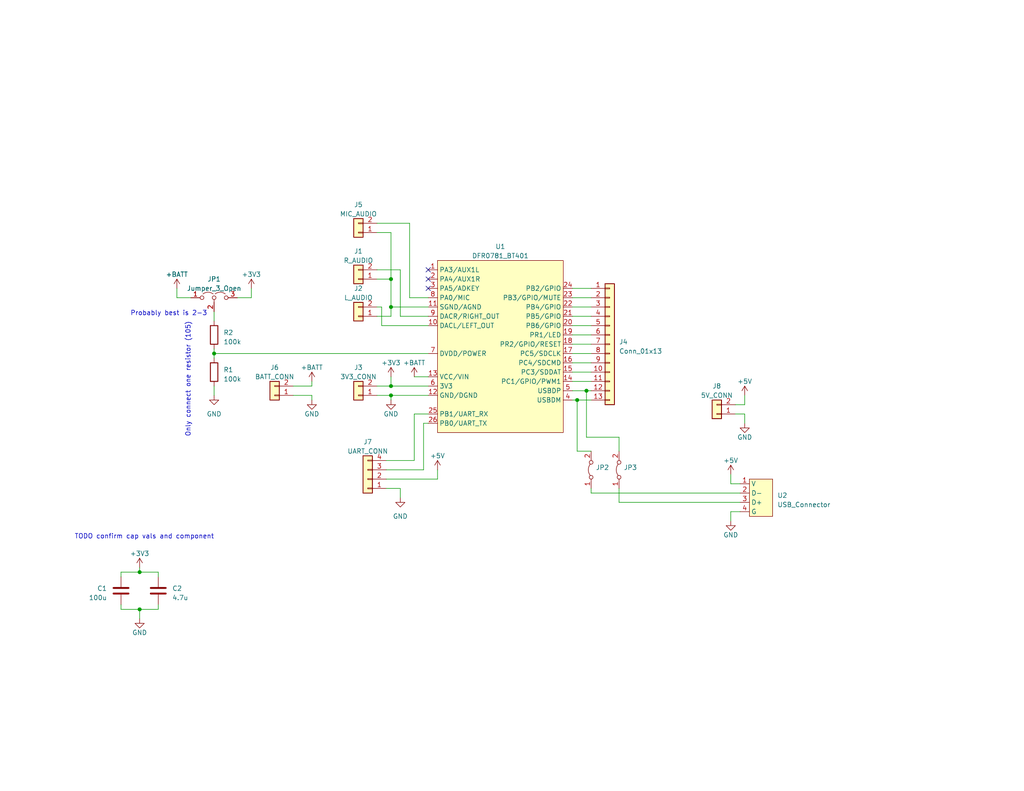
<source format=kicad_sch>
(kicad_sch (version 20230121) (generator eeschema)
  (paper "USLetter")
  (lib_symbols
    (symbol "Connector_Generic:Conn_01x02" (pin_names (offset 1.016) hide)
      (property "Reference" "J" (at 0 2.54 0))
      (property "Value" "Conn_01x02" (at 0 -5.08 0))
      (symbol "Conn_01x02_1_1"
        (rectangle (start -1.27 -2.413) (end 0 -2.667) (stroke (width 0.1524)))
        (rectangle (start -1.27 0.127) (end 0 -0.127) (stroke (width 0.1524)))
        (rectangle (start -1.27 1.27) (end 1.27 -3.81) (stroke (width 0.254)) (fill (type background)))
        (pin passive line (at -5.08 0 0) (length 3.81) (name "Pin_1") (number "1"))
        (pin passive line (at -5.08 -2.54 0) (length 3.81) (name "Pin_2") (number "2"))
      )
    )
    (symbol "Connector_Generic:Conn_01x04" (pin_names (offset 1.016) hide)
      (property "Reference" "J" (at 0 5.08 0))
      (property "Value" "Conn_01x04" (at 0 -7.62 0))
      (symbol "Conn_01x04_1_1"
        (rectangle (start -1.27 -4.953) (end 0 -5.207) (stroke (width 0.1524)))
        (rectangle (start -1.27 -2.413) (end 0 -2.667) (stroke (width 0.1524)))
        (rectangle (start -1.27 0.127) (end 0 -0.127) (stroke (width 0.1524)))
        (rectangle (start -1.27 2.667) (end 0 2.413) (stroke (width 0.1524)))
        (rectangle (start -1.27 3.81) (end 1.27 -6.35) (stroke (width 0.254)) (fill (type background)))
        (pin passive line (at -5.08 2.54 0) (length 3.81) (name "Pin_1") (number "1"))
        (pin passive line (at -5.08 0 0) (length 3.81) (name "Pin_2") (number "2"))
        (pin passive line (at -5.08 -2.54 0) (length 3.81) (name "Pin_3") (number "3"))
        (pin passive line (at -5.08 -5.08 0) (length 3.81) (name "Pin_4") (number "4"))
      )
    )
    (symbol "Connector_Generic:Conn_01x13" (pin_names (offset 1.016) hide)
      (property "Reference" "J" (at 0 17.78 0))
      (property "Value" "Conn_01x13" (at 0 -17.78 0))
      (symbol "Conn_01x13_1_1"
        (rectangle (start -1.27 -15.113) (end 0 -15.367) (stroke (width 0.1524)))
        (rectangle (start -1.27 -12.573) (end 0 -12.827) (stroke (width 0.1524)))
        (rectangle (start -1.27 -10.033) (end 0 -10.287) (stroke (width 0.1524)))
        (rectangle (start -1.27 -7.493) (end 0 -7.747) (stroke (width 0.1524)))
        (rectangle (start -1.27 -4.953) (end 0 -5.207) (stroke (width 0.1524)))
        (rectangle (start -1.27 -2.413) (end 0 -2.667) (stroke (width 0.1524)))
        (rectangle (start -1.27 0.127) (end 0 -0.127) (stroke (width 0.1524)))
        (rectangle (start -1.27 2.667) (end 0 2.413) (stroke (width 0.1524)))
        (rectangle (start -1.27 5.207) (end 0 4.953) (stroke (width 0.1524)))
        (rectangle (start -1.27 7.747) (end 0 7.493) (stroke (width 0.1524)))
        (rectangle (start -1.27 10.287) (end 0 10.033) (stroke (width 0.1524)))
        (rectangle (start -1.27 12.827) (end 0 12.573) (stroke (width 0.1524)))
        (rectangle (start -1.27 15.367) (end 0 15.113) (stroke (width 0.1524)))
        (rectangle (start -1.27 16.51) (end 1.27 -16.51) (stroke (width 0.254)) (fill (type background)))
        (pin passive line (at -5.08 15.24 0) (length 3.81) (name "Pin_1") (number "1"))
        (pin passive line (at -5.08 -7.62 0) (length 3.81) (name "Pin_10") (number "10"))
        (pin passive line (at -5.08 -10.16 0) (length 3.81) (name "Pin_11") (number "11"))
        (pin passive line (at -5.08 -12.7 0) (length 3.81) (name "Pin_12") (number "12"))
        (pin passive line (at -5.08 -15.24 0) (length 3.81) (name "Pin_13") (number "13"))
        (pin passive line (at -5.08 12.7 0) (length 3.81) (name "Pin_2") (number "2"))
        (pin passive line (at -5.08 10.16 0) (length 3.81) (name "Pin_3") (number "3"))
        (pin passive line (at -5.08 7.62 0) (length 3.81) (name "Pin_4") (number "4"))
        (pin passive line (at -5.08 5.08 0) (length 3.81) (name "Pin_5") (number "5"))
        (pin passive line (at -5.08 2.54 0) (length 3.81) (name "Pin_6") (number "6"))
        (pin passive line (at -5.08 0 0) (length 3.81) (name "Pin_7") (number "7"))
        (pin passive line (at -5.08 -2.54 0) (length 3.81) (name "Pin_8") (number "8"))
        (pin passive line (at -5.08 -5.08 0) (length 3.81) (name "Pin_9") (number "9"))
      )
    )
    (symbol "Device:C" (pin_numbers hide) (pin_names (offset 0.254))
      (property "Reference" "C" (at 0.635 2.54 0))
      (property "Value" "C" (at 0.635 -2.54 0))
      (symbol "C_0_1"
        (polyline (pts (xy -2.032 -0.762) (xy 2.032 -0.762)) (stroke (width 0.508)))
        (polyline (pts (xy -2.032 0.762) (xy 2.032 0.762)) (stroke (width 0.508)))
      )
      (symbol "C_1_1"
        (pin passive line (at 0 3.81 270) (length 2.794) (name "~") (number "1"))
        (pin passive line (at 0 -3.81 90) (length 2.794) (name "~") (number "2"))
      )
    )
    (symbol "Device:R" (pin_numbers hide) (pin_names (offset 0))
      (property "Reference" "R" (at 2.032 0 90))
      (property "Value" "R" (at 0 0 90))
      (symbol "R_0_1"
        (rectangle (start -1.016 -2.54) (end 1.016 2.54) (stroke (width 0.254)))
      )
      (symbol "R_1_1"
        (pin passive line (at 0 3.81 270) (length 1.27) (name "~") (number "1"))
        (pin passive line (at 0 -3.81 90) (length 1.27) (name "~") (number "2"))
      )
    )
    (symbol "Jumper:Jumper_2_Bridged" (pin_names (offset 0) hide)
      (property "Reference" "JP" (at 0 1.905 0))
      (property "Value" "Jumper_2_Bridged" (at 0 -2.54 0))
      (symbol "Jumper_2_Bridged_0_0"
        (circle (center -2.032 0) (radius 0.508))
        (circle (center 2.032 0) (radius 0.508))
      )
      (symbol "Jumper_2_Bridged_0_1"
        (arc (start 1.524 0.254) (mid 0 0.762) (end -1.524 0.254))
      )
      (symbol "Jumper_2_Bridged_1_1"
        (pin passive line (at -5.08 0 0) (length 2.54) (name "A") (number "1"))
        (pin passive line (at 5.08 0 180) (length 2.54) (name "B") (number "2"))
      )
    )
    (symbol "Jumper:Jumper_3_Open" (pin_names (offset 0) hide)
      (property "Reference" "JP" (at -2.54 -2.54 0))
      (property "Value" "Jumper_3_Open" (at 0 2.794 0))
      (symbol "Jumper_3_Open_0_0"
        (circle (center -3.302 0) (radius 0.508))
        (circle (center 0 0) (radius 0.508))
        (circle (center 3.302 0) (radius 0.508))
      )
      (symbol "Jumper_3_Open_0_1"
        (arc (start -0.254 1.016) (mid -1.651 1.4992) (end -3.048 1.016))
        (polyline (pts (xy 0 -0.508) (xy 0 -1.27)))
        (arc (start 3.048 1.016) (mid 1.651 1.4992) (end 0.254 1.016))
      )
      (symbol "Jumper_3_Open_1_1"
        (pin passive line (at -6.35 0 0) (length 2.54) (name "A") (number "1"))
        (pin passive line (at 0 -3.81 90) (length 2.54) (name "C") (number "2"))
        (pin passive line (at 6.35 0 180) (length 2.54) (name "B") (number "3"))
      )
    )
    (symbol "Waddle_Symbol_Library:DFR0781_BT401"
      (property "Reference" "U" (at -11.43 24.13 0))
      (property "Value" "DFR0781_BT401" (at 6.35 24.13 0))
      (symbol "DFR0781_BT401_1_1"
        (rectangle (start -16.51 22.86) (end 17.78 -24.13) (fill (type background)))
        (pin input line (at -19.05 20.32 0) (length 2.54) (name "PA3/AUX1L") (number "1"))
        (pin input line (at -19.05 5.08 0) (length 2.54) (name "DACL/LEFT_OUT") (number "10"))
        (pin power_out line (at -19.05 10.16 0) (length 2.54) (name "SGND/AGND") (number "11"))
        (pin power_in line (at -19.05 -13.97 0) (length 2.54) (name "GND/DGND") (number "12"))
        (pin power_in line (at -19.05 -8.89 0) (length 2.54) (name "VCC/VIN") (number "13"))
        (pin input line (at 20.32 -10.16 180) (length 2.54) (name "PC1/GPIO/PWM1") (number "14"))
        (pin bidirectional line (at 20.32 -7.62 180) (length 2.54) (name "PC3/SDDAT") (number "15"))
        (pin bidirectional line (at 20.32 -5.08 180) (length 2.54) (name "PC4/SDCMD") (number "16"))
        (pin bidirectional line (at 20.32 -2.54 180) (length 2.54) (name "PC5/SDCLK") (number "17"))
        (pin input line (at 20.32 0 180) (length 2.54) (name "PR2/GPIO/RESET") (number "18"))
        (pin output line (at 20.32 2.54 180) (length 2.54) (name "PR1/LED") (number "19"))
        (pin input line (at -19.05 17.78 0) (length 2.54) (name "PA4/AUX1R") (number "2"))
        (pin bidirectional line (at 20.32 5.08 180) (length 2.54) (name "PB6/GPIO") (number "20"))
        (pin bidirectional line (at 20.32 7.62 180) (length 2.54) (name "PB5/GPIO") (number "21"))
        (pin bidirectional line (at 20.32 10.16 180) (length 2.54) (name "PB4/GPIO") (number "22"))
        (pin bidirectional line (at 20.32 12.7 180) (length 2.54) (name "PB3/GPIO/MUTE") (number "23"))
        (pin bidirectional line (at 20.32 15.24 180) (length 2.54) (name "PB2/GPIO") (number "24"))
        (pin input line (at -19.05 -19.05 0) (length 2.54) (name "PB1/UART_RX") (number "25"))
        (pin output line (at -19.05 -21.59 0) (length 2.54) (name "PB0/UART_TX") (number "26"))
        (pin input line (at -19.05 15.24 0) (length 2.54) (name "PA5/ADKEY") (number "3"))
        (pin input line (at 20.32 -15.24 180) (length 2.54) (name "USBDM") (number "4"))
        (pin input line (at 20.32 -12.7 180) (length 2.54) (name "USBDP") (number "5"))
        (pin power_out line (at -19.05 -11.43 0) (length 2.54) (name "3V3") (number "6"))
        (pin passive line (at -19.05 -2.54 0) (length 2.54) (name "DVDD/POWER") (number "7"))
        (pin input line (at -19.05 12.7 0) (length 2.54) (name "PA0/MIC") (number "8"))
        (pin input line (at -19.05 7.62 0) (length 2.54) (name "DACR/RIGHT_OUT") (number "9"))
      )
    )
    (symbol "Waddle_Symbol_Library:USB_Connector"
      (property "Reference" "U" (at -1.27 5.08 0))
      (property "Value" "USB_Connector" (at -1.27 -8.89 0))
      (symbol "USB_Connector_1_1"
        (rectangle (start -3.81 3.81) (end 2.54 -6.35) (fill (type background)))
        (pin power_out line (at -6.35 2.54 0) (length 2.54) (name "V") (number "1"))
        (pin bidirectional line (at -6.35 0 0) (length 2.54) (name "D-") (number "2"))
        (pin bidirectional line (at -6.35 -2.54 0) (length 2.54) (name "D+") (number "3"))
        (pin power_out line (at -6.35 -5.08 0) (length 2.54) (name "G") (number "4"))
      )
    )
    (symbol "power:+3V3" (power) (pin_names (offset 0))
      (property "Value" "+3V3" (at 0 3.556 0))
      (symbol "+3V3_0_1"
        (polyline (pts (xy -0.762 1.27) (xy 0 2.54)))
        (polyline (pts (xy 0 0) (xy 0 2.54)))
        (polyline (pts (xy 0 2.54) (xy 0.762 1.27)))
      )
      (symbol "+3V3_1_1"
        (pin power_in line (at 0 0 90) (length 0) hide (name "+3V3") (number "1"))
      )
    )
    (symbol "power:+5V" (power) (pin_names (offset 0))
      (property "Value" "+5V" (at 0 3.556 0))
      (symbol "+5V_0_1"
        (polyline (pts (xy -0.762 1.27) (xy 0 2.54)))
        (polyline (pts (xy 0 0) (xy 0 2.54)))
        (polyline (pts (xy 0 2.54) (xy 0.762 1.27)))
      )
      (symbol "+5V_1_1"
        (pin power_in line (at 0 0 90) (length 0) hide (name "+5V") (number "1"))
      )
    )
    (symbol "power:+BATT" (power) (pin_names (offset 0))
      (property "Value" "+BATT" (at 0 3.556 0))
      (symbol "+BATT_0_1"
        (polyline (pts (xy -0.762 1.27) (xy 0 2.54)))
        (polyline (pts (xy 0 0) (xy 0 2.54)))
        (polyline (pts (xy 0 2.54) (xy 0.762 1.27)))
      )
      (symbol "+BATT_1_1"
        (pin power_in line (at 0 0 90) (length 0) hide (name "+BATT") (number "1"))
      )
    )
    (symbol "power:GND" (power) (pin_names (offset 0))
      (property "Value" "GND" (at 0 -3.81 0))
      (symbol "GND_0_1"
        (polyline (pts (xy 0 0) (xy 0 -1.27) (xy 1.27 -1.27) (xy 0 -2.54) (xy -1.27 -1.27) (xy 0 -1.27)))
      )
      (symbol "GND_1_1"
        (pin power_in line (at 0 0 270) (length 0) hide (name "GND") (number "1"))
      )
    )
  )
  (junction (at 106.68 76.2))
  (junction (at 106.68 83.82))
  (junction (at 106.68 105.41))
  (junction (at 38.1 166.37))
  (junction (at 157.48 109.22))
  (junction (at 106.68 107.95))
  (junction (at 160.02 106.68))
  (junction (at 58.42 96.52))
  (junction (at 38.1 156.21))
  (no_connect (at 116.84 76.2))
  (no_connect (at 116.84 78.74))
  (no_connect (at 116.84 73.66))
  (wire (pts (xy 48.26 81.28) (xy 52.07 81.28)))
  (wire (pts (xy 199.39 142.24) (xy 199.39 139.7)))
  (wire (pts (xy 161.29 133.35) (xy 161.29 134.62)))
  (wire (pts (xy 68.58 81.28) (xy 68.58 78.74)))
  (wire (pts (xy 106.68 105.41) (xy 116.84 105.41)))
  (wire (pts (xy 156.21 78.74) (xy 161.29 78.74)))
  (wire (pts (xy 106.68 86.36) (xy 106.68 83.82)))
  (wire (pts (xy 102.87 73.66) (xy 109.22 73.66)))
  (wire (pts (xy 33.02 156.21) (xy 38.1 156.21)))
  (wire (pts (xy 33.02 165.1) (xy 33.02 166.37)))
  (wire (pts (xy 33.02 157.48) (xy 33.02 156.21)))
  (wire (pts (xy 168.91 133.35) (xy 168.91 137.16)))
  (wire (pts (xy 119.38 128.27) (xy 119.38 130.81)))
  (wire (pts (xy 160.02 119.38) (xy 160.02 106.68)))
  (wire (pts (xy 109.22 133.35) (xy 105.41 133.35)))
  (wire (pts (xy 156.21 99.06) (xy 161.29 99.06)))
  (wire (pts (xy 156.21 106.68) (xy 160.02 106.68)))
  (wire (pts (xy 157.48 109.22) (xy 161.29 109.22)))
  (wire (pts (xy 113.03 125.73) (xy 105.41 125.73)))
  (wire (pts (xy 58.42 105.41) (xy 58.42 107.95)))
  (wire (pts (xy 85.09 107.95) (xy 80.01 107.95)))
  (wire (pts (xy 106.68 76.2) (xy 106.68 63.5)))
  (wire (pts (xy 102.87 76.2) (xy 106.68 76.2)))
  (wire (pts (xy 102.87 86.36) (xy 106.68 86.36)))
  (wire (pts (xy 156.21 86.36) (xy 161.29 86.36)))
  (wire (pts (xy 102.87 105.41) (xy 106.68 105.41)))
  (wire (pts (xy 58.42 85.09) (xy 58.42 87.63)))
  (wire (pts (xy 203.2 107.95) (xy 203.2 110.49)))
  (wire (pts (xy 105.41 130.81) (xy 119.38 130.81)))
  (wire (pts (xy 85.09 105.41) (xy 85.09 104.14)))
  (wire (pts (xy 115.57 128.27) (xy 105.41 128.27)))
  (wire (pts (xy 156.21 91.44) (xy 161.29 91.44)))
  (wire (pts (xy 33.02 166.37) (xy 38.1 166.37)))
  (wire (pts (xy 203.2 110.49) (xy 200.66 110.49)))
  (wire (pts (xy 104.14 83.82) (xy 104.14 88.9)))
  (wire (pts (xy 161.29 123.19) (xy 157.48 123.19)))
  (wire (pts (xy 111.76 60.96) (xy 111.76 81.28)))
  (wire (pts (xy 109.22 135.89) (xy 109.22 133.35)))
  (wire (pts (xy 48.26 78.74) (xy 48.26 81.28)))
  (wire (pts (xy 116.84 96.52) (xy 58.42 96.52)))
  (wire (pts (xy 156.21 109.22) (xy 157.48 109.22)))
  (wire (pts (xy 102.87 107.95) (xy 106.68 107.95)))
  (wire (pts (xy 116.84 115.57) (xy 115.57 115.57)))
  (wire (pts (xy 43.18 166.37) (xy 43.18 165.1)))
  (wire (pts (xy 85.09 109.22) (xy 85.09 107.95)))
  (wire (pts (xy 115.57 115.57) (xy 115.57 128.27)))
  (wire (pts (xy 203.2 115.57) (xy 203.2 113.03)))
  (wire (pts (xy 109.22 73.66) (xy 109.22 86.36)))
  (wire (pts (xy 199.39 139.7) (xy 201.93 139.7)))
  (wire (pts (xy 38.1 154.94) (xy 38.1 156.21)))
  (wire (pts (xy 38.1 166.37) (xy 43.18 166.37)))
  (wire (pts (xy 156.21 96.52) (xy 161.29 96.52)))
  (wire (pts (xy 113.03 113.03) (xy 113.03 125.73)))
  (wire (pts (xy 64.77 81.28) (xy 68.58 81.28)))
  (wire (pts (xy 111.76 81.28) (xy 116.84 81.28)))
  (wire (pts (xy 156.21 104.14) (xy 161.29 104.14)))
  (wire (pts (xy 200.66 113.03) (xy 203.2 113.03)))
  (wire (pts (xy 43.18 156.21) (xy 43.18 157.48)))
  (wire (pts (xy 199.39 132.08) (xy 201.93 132.08)))
  (wire (pts (xy 157.48 123.19) (xy 157.48 109.22)))
  (wire (pts (xy 106.68 102.87) (xy 106.68 105.41)))
  (wire (pts (xy 106.68 109.22) (xy 106.68 107.95)))
  (wire (pts (xy 113.03 102.87) (xy 116.84 102.87)))
  (wire (pts (xy 116.84 113.03) (xy 113.03 113.03)))
  (wire (pts (xy 58.42 95.25) (xy 58.42 96.52)))
  (wire (pts (xy 106.68 76.2) (xy 106.68 83.82)))
  (wire (pts (xy 168.91 123.19) (xy 168.91 119.38)))
  (wire (pts (xy 161.29 134.62) (xy 201.93 134.62)))
  (wire (pts (xy 156.21 83.82) (xy 161.29 83.82)))
  (wire (pts (xy 58.42 96.52) (xy 58.42 97.79)))
  (wire (pts (xy 156.21 101.6) (xy 161.29 101.6)))
  (wire (pts (xy 156.21 88.9) (xy 161.29 88.9)))
  (wire (pts (xy 102.87 83.82) (xy 104.14 83.82)))
  (wire (pts (xy 38.1 156.21) (xy 43.18 156.21)))
  (wire (pts (xy 109.22 86.36) (xy 116.84 86.36)))
  (wire (pts (xy 199.39 129.54) (xy 199.39 132.08)))
  (wire (pts (xy 104.14 88.9) (xy 116.84 88.9)))
  (wire (pts (xy 160.02 106.68) (xy 161.29 106.68)))
  (wire (pts (xy 168.91 119.38) (xy 160.02 119.38)))
  (wire (pts (xy 168.91 137.16) (xy 201.93 137.16)))
  (wire (pts (xy 38.1 166.37) (xy 38.1 168.91)))
  (wire (pts (xy 106.68 83.82) (xy 116.84 83.82)))
  (wire (pts (xy 156.21 93.98) (xy 161.29 93.98)))
  (wire (pts (xy 106.68 107.95) (xy 116.84 107.95)))
  (wire (pts (xy 102.87 60.96) (xy 111.76 60.96)))
  (wire (pts (xy 156.21 81.28) (xy 161.29 81.28)))
  (wire (pts (xy 106.68 63.5) (xy 102.87 63.5)))
  (wire (pts (xy 80.01 105.41) (xy 85.09 105.41)))
  (text "TODO confirm cap vals and component" (at 20.32 147.32 0) (effects (font (size 1.27 1.27)) (justify left bottom)))
  (text "Only connect one resistor (105)" (at 52.07 119.38 90) (effects (font (size 1.27 1.27)) (justify left bottom)))
  (text "Probably best is 2-3" (at 35.56 86.36 0) (effects (font (size 1.27 1.27)) (justify left bottom)))
  (symbol (lib_id "power:GND") (at 58.42 107.95 0) (unit 1)
    (property "Reference" "#PWR06" (effects hide))
    (property "Value" "GND" (at 58.42 113.03 0))
  )
  (symbol (lib_id "power:+BATT") (at 113.03 102.87 0) (unit 1)
    (property "Reference" "#PWR03" (effects hide))
    (property "Value" "+BATT" (at 113.03 99.06 0))
  )
  (symbol (lib_id "power:GND") (at 109.22 135.89 0) (unit 1)
    (property "Reference" "#PWR013" (effects hide))
    (property "Value" "GND" (at 109.22 140.97 0))
  )
  (symbol (lib_id "power:GND") (at 203.2 115.57 0) (unit 1)
    (property "Reference" "#PWR015" (effects hide))
    (property "Value" "GND" (at 203.2 119.38 0))
  )
  (symbol (lib_id "power:+5V") (at 199.39 129.54 0) (unit 1)
    (property "Reference" "#PWR010" (effects hide))
    (property "Value" "+5V" (at 199.39 125.73 0))
  )
  (symbol (lib_id "power:GND") (at 38.1 168.91 0) (unit 1)
    (property "Reference" "#PWR012" (effects hide))
    (property "Value" "GND" (at 38.1 172.72 0))
  )
  (symbol (lib_id "power:+BATT") (at 48.26 78.74 0) (unit 1)
    (property "Reference" "#PWR07" (effects hide))
    (property "Value" "+BATT" (at 48.26 74.93 0))
  )
  (symbol (lib_id "Connector_Generic:Conn_01x04") (at 100.33 130.81 180) (unit 1)
    (property "Reference" "J7" (at 100.33 120.65 0))
    (property "Value" "UART_CONN" (at 100.33 123.19 0))
    (property "Footprint" "Connector_PinHeader_1.27mm:PinHeader_1x04_P1.27mm_Vertical" (effects hide))
  )
  (symbol (lib_id "Waddle_Symbol_Library:USB_Connector") (at 208.28 134.62 0) (unit 1)
    (property "Reference" "U2" (at 212.09 135.255 0) (effects (justify left)))
    (property "Value" "USB_Connector" (at 212.09 137.795 0) (effects (justify left)))
  )
  (symbol (lib_id "power:GND") (at 106.68 109.22 0) (unit 1)
    (property "Reference" "#PWR02" (effects hide))
    (property "Value" "GND" (at 106.68 113.03 0))
  )
  (symbol (lib_id "power:+5V") (at 119.38 128.27 0) (unit 1)
    (property "Reference" "#PWR014" (effects hide))
    (property "Value" "+5V" (at 119.38 124.46 0))
  )
  (symbol (lib_id "Connector_Generic:Conn_01x13") (at 166.37 93.98 0) (unit 1)
    (property "Reference" "J4" (at 168.91 93.345 0) (effects (justify left)))
    (property "Value" "Conn_01x13" (at 168.91 95.885 0) (effects (justify left)))
    (property "Footprint" "Connector_PinHeader_1.27mm:PinHeader_1x13_P1.27mm_Vertical" (effects hide))
  )
  (symbol (lib_id "Device:R") (at 58.42 101.6 0) (unit 1)
    (property "Reference" "R1" (at 60.96 100.965 0) (effects (justify left)))
    (property "Value" "100k" (at 60.96 103.505 0) (effects (justify left)))
    (property "Footprint" "Resistor_SMD:R_1206_3216Metric_Pad1.30x1.75mm_HandSolder" (effects hide))
  )
  (symbol (lib_id "Jumper:Jumper_2_Bridged") (at 161.29 128.27 90) (unit 1)
    (property "Reference" "JP2" (at 162.56 127.635 90) (effects (justify right)))
    (property "Value" "Jumper_2_Bridged" (effects hide))
    (property "Footprint" "Jumper:SolderJumper-2_P1.3mm_Open_RoundedPad1.0x1.5mm" (effects hide))
  )
  (symbol (lib_id "Connector_Generic:Conn_01x02") (at 97.79 76.2 180) (unit 1)
    (property "Reference" "J1" (at 97.79 68.58 0))
    (property "Value" "R_AUDIO" (at 97.79 71.12 0))
    (property "Footprint" "Connector_PinHeader_1.27mm:PinHeader_1x02_P1.27mm_Vertical" (effects hide))
  )
  (symbol (lib_id "power:GND") (at 199.39 142.24 0) (unit 1)
    (property "Reference" "#PWR09" (effects hide))
    (property "Value" "GND" (at 199.39 146.05 0))
  )
  (symbol (lib_id "Device:R") (at 58.42 91.44 0) (unit 1)
    (property "Reference" "R2" (at 60.96 90.805 0) (effects (justify left)))
    (property "Value" "100k" (at 60.96 93.345 0) (effects (justify left)))
    (property "Footprint" "Resistor_SMD:R_1206_3216Metric_Pad1.30x1.75mm_HandSolder" (effects hide))
  )
  (symbol (lib_id "Connector_Generic:Conn_01x02") (at 97.79 107.95 180) (unit 1)
    (property "Reference" "J3" (at 97.79 100.33 0))
    (property "Value" "3V3_CONN" (at 97.79 102.87 0))
    (property "Footprint" "Connector_PinHeader_1.27mm:PinHeader_1x02_P1.27mm_Vertical" (effects hide))
  )
  (symbol (lib_id "Connector_Generic:Conn_01x02") (at 195.58 113.03 180) (unit 1)
    (property "Reference" "J8" (at 195.58 105.41 0))
    (property "Value" "5V_CONN" (at 195.58 107.95 0))
    (property "Footprint" "Connector_PinHeader_1.27mm:PinHeader_1x02_P1.27mm_Vertical" (effects hide))
  )
  (symbol (lib_id "power:+5V") (at 203.2 107.95 0) (unit 1)
    (property "Reference" "#PWR016" (effects hide))
    (property "Value" "+5V" (at 203.2 104.14 0))
  )
  (symbol (lib_id "Jumper:Jumper_2_Bridged") (at 168.91 128.27 90) (unit 1)
    (property "Reference" "JP3" (at 170.18 127.635 90) (effects (justify right)))
    (property "Value" "Jumper_2_Bridged" (effects hide))
    (property "Footprint" "Jumper:SolderJumper-2_P1.3mm_Open_RoundedPad1.0x1.5mm" (effects hide))
  )
  (symbol (lib_id "Connector_Generic:Conn_01x02") (at 97.79 86.36 180) (unit 1)
    (property "Reference" "J2" (at 97.79 78.74 0))
    (property "Value" "L_AUDIO" (at 97.79 81.28 0))
    (property "Footprint" "Connector_PinHeader_1.27mm:PinHeader_1x02_P1.27mm_Vertical" (effects hide))
  )
  (symbol (lib_id "power:+3V3") (at 38.1 154.94 0) (unit 1)
    (property "Reference" "#PWR011" (effects hide))
    (property "Value" "+3V3" (at 38.1 151.13 0))
  )
  (symbol (lib_id "Connector_Generic:Conn_01x02") (at 74.93 107.95 180) (unit 1)
    (property "Reference" "J6" (at 74.93 100.33 0))
    (property "Value" "BATT_CONN" (at 74.93 102.87 0))
    (property "Footprint" "Connector_PinHeader_1.27mm:PinHeader_1x02_P1.27mm_Vertical" (effects hide))
  )
  (symbol (lib_id "Waddle_Symbol_Library:DFR0781_BT401") (at 135.89 93.98 0) (unit 1)
    (property "Reference" "U1" (at 136.525 67.31 0))
    (property "Value" "DFR0781_BT401" (at 136.525 69.85 0))
    (property "Footprint" "Waddle_Footprint_Library:DFR0781_BT401_V3" (effects hide))
  )
  (symbol (lib_id "power:GND") (at 85.09 109.22 0) (unit 1)
    (property "Reference" "#PWR05" (effects hide))
    (property "Value" "GND" (at 85.09 113.03 0))
  )
  (symbol (lib_id "power:+BATT") (at 85.09 104.14 0) (unit 1)
    (property "Reference" "#PWR04" (effects hide))
    (property "Value" "+BATT" (at 85.09 100.33 0))
  )
  (symbol (lib_id "power:+3V3") (at 106.68 102.87 0) (unit 1)
    (property "Reference" "#PWR01" (effects hide))
    (property "Value" "+3V3" (at 106.68 99.06 0))
  )
  (symbol (lib_id "Device:C") (at 43.18 161.29 0) (unit 1)
    (property "Reference" "C2" (at 46.99 160.655 0) (effects (justify left)))
    (property "Value" "4.7u" (at 46.99 163.195 0) (effects (justify left)))
    (property "Footprint" "Capacitor_SMD:C_1206_3216Metric_Pad1.33x1.80mm_HandSolder" (effects hide))
  )
  (symbol (lib_id "power:+3V3") (at 68.58 78.74 0) (unit 1)
    (property "Reference" "#PWR08" (effects hide))
    (property "Value" "+3V3" (at 68.58 74.93 0))
  )
  (symbol (lib_id "Device:C") (at 33.02 161.29 0) (mirror y) (unit 1)
    (property "Reference" "C1" (at 29.21 160.655 0) (effects (justify left)))
    (property "Value" "100u" (at 29.21 163.195 0) (effects (justify left)))
    (property "Footprint" "Capacitor_SMD:C_1206_3216Metric_Pad1.33x1.80mm_HandSolder" (effects hide))
  )
  (symbol (lib_id "Jumper:Jumper_3_Open") (at 58.42 81.28 0) (unit 1)
    (property "Reference" "JP1" (at 58.42 76.2 0))
    (property "Value" "Jumper_3_Open" (at 58.42 78.74 0))
    (property "Footprint" "Jumper:SolderJumper-3_P1.3mm_Open_RoundedPad1.0x1.5mm_NumberLabels" (effects hide))
  )
  (symbol (lib_id "Connector_Generic:Conn_01x02") (at 97.79 63.5 180) (unit 1)
    (property "Reference" "J5" (at 97.79 55.88 0))
    (property "Value" "MIC_AUDIO" (at 97.79 58.42 0))
    (property "Footprint" "Connector_PinHeader_1.27mm:PinHeader_1x02_P1.27mm_Vertical" (effects hide))
  )
)
</source>
